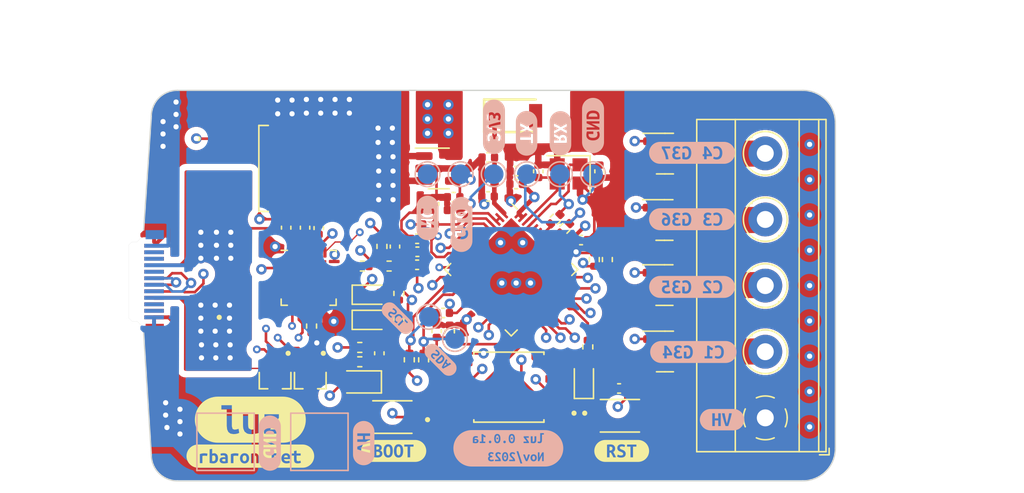
<source format=kicad_pcb>
(kicad_pcb (version 20221018) (generator pcbnew)
  (layers (0 "F.Cu" mixed) (1 "In1.Cu" signal) (2 "In2.Cu" signal) (31 "B.Cu" mixed) (34 "B.Paste" user) (35 "F.Paste" user) (36 "B.SilkS" user "B.Silkscreen") (37 "F.SilkS" user "F.Silkscreen") (38 "B.Mask" user) (39 "F.Mask" user) (44 "Edge.Cuts" user))
  (net 0 "")
  (net 1 "VDD_SPI")
  (net 2 "GND")
  (net 3 "Net-(U2-CHIP_PU{slash}RESET)")
  (net 4 "Net-(U2-XTAL_N)")
  (net 5 "LNA_IN")
  (net 6 "Net-(ANT1-FEED)")
  (net 7 "CC1")
  (net 10 "SCL")
  (net 11 "SDA")
  (net 15 "VDD3P3")
  (net 16 "Net-(U2-GPIO0{slash}BOOT)")
  (net 30 "USBD-")
  (net 31 "USBD+")
  (net 34 "SPIHD")
  (net 35 "SPIWP")
  (net 36 "SPICS")
  (net 37 "SPICLK")
  (net 38 "SPIQ")
  (net 39 "SPID")
  (net 42 "Net-(D6-A)")
  (net 48 "TX")
  (net 49 "RX")
  (net 53 "+12V")
  (net 54 "VBUS")
  (net 67 "Net-(U4-BP)")
  (net 68 "+3V3")
  (net 69 "Net-(J3-Pin_2)")
  (net 70 "Net-(J3-Pin_3)")
  (net 71 "Net-(J3-Pin_4)")
  (net 72 "Net-(J3-Pin_5)")
  (net 73 "C2")
  (net 74 "C3")
  (net 75 "C4")
  (net 76 "C1")
  (net 77 "Net-(C10-Pad2)")
  (net 78 "Net-(U1-VREG_2V7)")
  (net 79 "Net-(U1-VREG_1V2)")
  (net 80 "Net-(D5-K)")
  (net 81 "Net-(D3-K)")
  (net 82 "Net-(D3-A)")
  (net 83 "Net-(D4-K)")
  (net 84 "Net-(D4-A)")
  (net 85 "Net-(Q5-Pad1)")
  (net 86 "Net-(U1-VBUS_EN_SNK)")
  (net 87 "Net-(U1-VBUS_VS_DISCH)")
  (net 88 "Net-(U2-XTAL_P)")
  (net 89 "Net-(U2-GPIO33)")
  (net 91 "G10")
  (net 92 "Net-(U1-CC2)")
  (net 93 "VMon")
  (net 94 "Net-(U2-U0TXD{slash}PROG{slash}GPIO43)")
  (net 95 "Net-(U2-U0RXD{slash}PROG{slash}GPIO44)")
  (net 96 "ALERT")
  (net 97 "Net-(U1-DISCH)")
  (footprint "Resistor_SMD:R_0402_1005Metric" (layer "F.Cu") (at 90 98 -90)
    (fp_text reference "R12" hide)
    (fp_text value "10k")
  )
  (footprint "TerminalBlock_Phoenix:TerminalBlock_Phoenix_MKDS-1,5-5-5.08_1x05_P5.08mm_Horizontal" (layer "F.Cu") (at 102.12 110.16 90)
    (fp_text reference "J3" hide)
    (fp_text value "Screw_Terminal_01x05" hide)
  )
  (footprint "kibuzzard-6551FE7F" (layer "F.Cu") (at 62.6 110.3)
    (fp_text reference "kibuzzard-6551FE7F" hide)
    (fp_text value "G***" hide)
  )
  (footprint "Capacitor_SMD:C_0402_1005Metric" (layer "F.Cu") (at 83 92.2)
    (fp_text reference "C15" hide)
    (fp_text value "10n" hide)
  )
  (footprint "Capacitor_SMD:C_0402_1005Metric" (layer "F.Cu") (at 89.4 91.22 90)
    (fp_text reference "C4" hide)
    (fp_text value "10p" hide)
  )
  (footprint "Resistor_SMD:R_0402_1005Metric" (layer "F.Cu") (at 75.9 105.7 -90)
    (fp_text reference "R9" hide)
    (fp_text value "4.7k" hide)
  )
  (footprint "Resistor_SMD:R_0402_1005Metric" (layer "F.Cu") (at 71 105.85)
    (fp_text reference "R7" hide)
    (fp_text value "470" hide)
  )
  (footprint "kibuzzard-6551FE1B" (layer "F.Cu") (at 91.1 112.7)
    (fp_text reference "kibuzzard-6551FE1B" hide)
    (fp_text value "G***" hide)
  )
  (footprint "Capacitor_SMD:C_0402_1005Metric" (layer "F.Cu") (at 78.2 93.2)
    (fp_text reference "C8" hide)
    (fp_text value "100n" hide)
  )
  (footprint "Capacitor_SMD:C_0402_1005Metric" (layer "F.Cu") (at 75.4 98.4 180)
    (fp_text reference "C22" hide)
    (fp_text value "100n" hide)
  )
  (footprint "Capacitor_SMD:C_0402_1005Metric" (layer "F.Cu") (at 75.4 96.4)
    (fp_text reference "C20" hide)
    (fp_text value "1u" hide)
  )
  (footprint "Snapeda:SOIC127P790X216-8N" (layer "F.Cu") (at 82.4425 107.8 180)
    (fp_text reference "U3" hide)
    (fp_text value "W25Q16JVSSIQ" hide)
  )
  (footprint "Resistor_SMD:R_0402_1005Metric" (layer "F.Cu") (at 74 100.6 -90)
    (fp_text reference "R4" hide)
    (fp_text value "1k" hide)
  )
  (footprint "Snapeda:SOT65P210X110-3N" (layer "F.Cu") (at 64.5 107.3 -90)
    (fp_text reference "D2" hide)
    (fp_text value "ESDA25W" hide)
  )
  (footprint "Package_DFN_QFN:QFN-56-1EP_7x7mm_P0.4mm_EP5.6x5.6mm" (layer "F.Cu") (at 82.623573 98.762214 -45)
    (fp_text reference "U2" hide)
    (fp_text value "ESP32-S3" hide)
  )
  (footprint "Capacitor_SMD:C_0402_1005Metric" (layer "F.Cu") (at 76.7 93.72 90)
    (fp_text reference "C19" hide)
    (fp_text value "100n" hide)
  )
  (footprint "Snapeda:TRANS_AOD413A" (layer "F.Cu") (at 65.35 91)
    (fp_text reference "Q5" hide)
    (fp_text value "AOD413A" hide)
  )
  (footprint "Capacitor_SMD:C_0402_1005Metric" (layer "F.Cu") (at 67.85 95.58 90)
    (fp_text reference "C12" hide)
    (fp_text value "1u" hide)
  )
  (footprint "Package_TO_SOT_SMD:SOT-23" (layer "F.Cu") (at 94.3825 99.96)
    (fp_text reference "Q1" hide)
    (fp_text value "AO3400A" hide)
  )
  (footprint "Resistor_SMD:R_0402_1005Metric" (layer "F.Cu") (at 86 94.9 45)
    (fp_text reference "R14" hide)
    (fp_text value "470")
  )
  (footprint "Resistor_SMD:R_0402_1005Metric" (layer "F.Cu") (at 73.25 98.5 180)
    (fp_text reference "R3" hide)
    (fp_text value "100" hide)
  )
  (footprint "LED_SMD:LED_0603_1608Metric" (layer "F.Cu") (at 71.900001 102.632972)
    (fp_text reference "D4" hide)
    (fp_text value "PO3" hide)
  )
  (footprint "Capacitor_SMD:C_0402_1005Metric" (layer "F.Cu") (at 77.4 102.1 180)
    (fp_text reference "C18" hide)
    (fp_text value "100n" hide)
  )
  (footprint "Capacitor_SMD:C_0402_1005Metric" (layer "F.Cu") (at 83.02 91.2 180)
    (fp_text reference "C16" hide)
    (fp_text value "1u" hide)
  )
  (footprint "Snapeda:SW_B3U-1000P" (layer "F.Cu") (at 90.9625 110)
    (fp_text reference "S1" hide)
    (fp_text value "B3U-1000P" hide)
  )
  (footprint "Capacitor_SMD:C_0402_1005Metric" (layer "F.Cu") (at 65.35 95.55 90)
    (fp_text reference "C13" hide)
    (fp_text value "1u" hide)
  )
  (footprint "LED_SMD:LED_0603_1608Metric" (layer "F.Cu") (at 88.2 107.187501 90)
    (fp_text reference "D6" hide)
    (fp_text value "PO3")
  )
  (footprint "Capacitor_SMD:C_0402_1005Metric" (layer "F.Cu") (at 84.7 91.22 -90)
    (fp_text reference "C5" hide)
    (fp_text value "10p" hide)
  )
  (footprint "Snapeda:SOT65P210X110-3N" (layer "F.Cu") (at 67.2 107.3 -90)
    (fp_text reference "D1" hide)
    (fp_text value "ESDA25W" hide)
  )
  (footprint "Capacitor_SMD:C_0402_1005Metric" (layer "F.Cu") (at 72.5 105.2 90)
    (fp_text reference "C14" hide)
    (fp_text value "1u" hide)
  )
  (footprint "Resistor_SMD:R_0402_1005Metric" (layer "F.Cu") (at 72.7 96.99 90)
    (fp_text reference "R2" hide)
    (fp_text value "100k" hide)
  )
  (footprint "Resistor_SMD:R_0402_1005Metric" (layer "F.Cu") (at 74.8 105.7 90)
    (fp_text reference "R8" hide)
    (fp_text value "4.7k" hide)
  )
  (footprint "kibuzzard-6551FE21" (layer "F.Cu") (at 73.6 112.7)
    (fp_text reference "kibuzzard-6551FE21" hide)
    (fp_text value "G***" hide)
  )
  (footprint "Snapeda:SW_B3U-1000P" (layer "F.Cu") (at 73.5 110.1 180)
    (fp_text reference "S2" hide)
    (fp_text value "B3U-1000P" hide)
  )
  (footprint "Capacitor_SMD:C_0402_1005Metric" (layer "F.Cu") (at 66.8 95.55 90)
    (fp_text reference "C11" hide)
    (fp_text value "1u" hide)
  )
  (footprint "Package_TO_SOT_SMD:SOT-23" (layer "F.Cu") (at 94.3825 94.96)
    (fp_text reference "Q2" hide)
    (fp_text value "AO3400A" hide)
  )
  (footprint "Resistor_SMD:R_0402_1005Metric" (layer "F.Cu") (at 89 98 90)
    (fp_text reference "R11" hide)
    (fp_text value "100k")
  )
  (footprint "Resistor_SMD:R_0402_1005Metric" (layer "F.Cu") (at 71 104.75)
    (fp_text reference "R6" hide)
    (fp_text value "1k" hide)
  )
  (footprint "Resistor_SMD:R_0402_1005Metric" (layer "F.Cu") (at 71.2 98.5)
    (fp_text reference "R1" hide)
    (fp_text value "22k" hide)
  )
  (footprint "Resistor_SMD:R_0402_1005Metric" (layer "F.Cu") (at 74.000001 102.532972 90)
    (fp_text reference "R5" hide)
    (fp_text value "1k" hide)
  )
  (footprint "Resistor_SMD:R_0402_1005Metric" (layer "F.Cu") (at 88.5 104.709999 -90)
    (fp_text reference "R10" hide)
    (fp_text value "1k")
  )
  (footprint "Package_TO_SOT_SMD:SOT-23" (layer "F.Cu") (at 94.42 105.06)
    (fp_text reference "Q4" hide)
    (fp_text value "AO3400A" hide)
  )
  (footprint "Resistor_SMD:R_0402_1005Metric" (layer "F.Cu") (at 86.739376 95.6 45)
    (fp_text reference "R13" hide)
    (fp_text value "470")
  )
  (footprint "Capacitor_SMD:C_0402_1005Metric" (layer "F.Cu") (at 80.843674 93.152163)
    (fp_text reference "C6" hide)
    (fp_text value "5.1p" hide)
  )
  (footprint "Inductor_SMD:L_0402_1005Metric" (layer "F.Cu") (at 81.343674 91.652163 90)
    (fp_text reference "L1" hide)
    (fp_text value "2.2n" hide)
  )
  (footprint "kibuzzard-6551FE89" (layer "F.Cu") (at 62.6 113.1)
    (fp_text reference "kibuzzard-6551FE89" hide)
    (fp_text value "G***" hide)
  )
  (footprint "Resistor_SMD:R_0402_1005Metric" (layer "F.Cu") (at 67.3 103.109999 90)
    (fp_text reference "R15" hide)
    (fp_text value "1k")
  )
  (footprint "Inductor_SMD:L_0402_1005Metric" (layer "F.Cu") (at 76.3 95.3 180)
    (fp_text reference "L2" hide)
    (fp_text value "2.2n" hide)
  )
  (footprint "Capacitor_SMD:C_0402_1005Metric" (layer "F.Cu") (at 78.2 94.2)
    (fp_text reference "C9" hide)
    (fp_text value "10u" hide)
  )
  (footprint "Capacitor_SMD:C_0402_1005Metric" (layer "F.Cu") (at 90.9 107.9)
    (fp_text reference "C3" hide)
    (fp_text value "100n" hide)
  )
  (footprint "Capacitor_SMD:C_0402_1005Metric" (layer "F.Cu") (at 76.9 103.5 90)
    (fp_text reference "C1" hide)
    (fp_text value "100n" hide)
  )
  (footprint "Package_DFN_QFN:QFN-24-1EP_4x4mm_P0.5mm_EP2.7x2.7mm" (layer "F.Cu") (at 67.075 99.4)
    (fp_text reference "U1" hide)
    (fp_text value "STUSB4500QTR" hide)
  )
  (footprint "Package_TO_SOT_SMD:SOT-23" (layer "F.Cu") (at 94.42 89.86)
    (fp_text reference "Q3" hide)
    (fp_text value "AO3400A" hide)
  )
  (footprint "Capacitor_SMD:C_0402_1005Metric" (layer "F.Cu") (at 75.42 97.4)
    (fp_text reference "C21" hide)
    (fp_text value "10u" hide)
  )
  (footprint "LED_SMD:LED_0603_1608Metric" (layer "F.Cu") (at 71.9 100.7)
    (fp_text reference "D3" hide)
    (fp_text value "PO2" hide)
  )
  (footprint "Snapeda:XKB_U261-241N-4BS60" (layer "F.Cu") (at 53.2625 99.68706 -90)
    (fp_text reference "J2" hide)
    (fp_text value "U261-241N-4BS60" hide)
    (fp_line (start -3.7 -0.9) (end -3.95 -1.15) (stroke (width 0.01)) (layer "Edge.Cuts"))
    (fp_line (start -3.7 -0.9) (end -3.3 -0.9) (stroke (width 0.01)) (layer "Edge.Cuts"))
    (fp_line (start -3.3 -0.9) (end -3.05 -0.65) (stroke (width 0.01)) (layer "Edge.Cuts"))
    (fp_line (start -3.05 -0.65) (end -3.05 -0.25) (stroke (width 0.01)) (layer "Edge.Cuts"))
    (fp_line (start -3.05 -0.25) (end -2.8 0) (stroke (width 0.01)) (layer "Edge.Cuts"))
    (fp_line (start -2.8 0) (end 2.8 0) (stroke (width 0.01)) (layer "Edge.Cuts"))
    (fp_line (start 2.8 0) (end 3.05 -0.25) (stroke (width 0.01)) (layer "Edge.Cuts"))
    (fp_line (start 3.05 -0.65) (end 3.3 -0.9) (stroke (width 0.01)) (layer "Edge.Cuts"))
    (fp_line (start 3.05 -0.25) (end 3.05 -0.65) (stroke (width 0.01)) (layer "Edge.Cuts"))
    (fp_line (start 3.3 -0.9) (end 3.7 -0.9) (stroke (width 0.01)) (layer "Edge.Cuts"))
    (fp_line (start 3.7 -0.9) (end 3.95 -1.15) (stroke (width 0.01)) (layer "Edge.Cuts"))
  )
  (footprint "Capacitor_SMD:C_0402_1005Metric" (layer "F.Cu") (at 73.7 97 -90)
    (fp_text reference "C10" hide)
    (fp_text value "100n" hide)
  )
  (footprint "Capacitor_SMD:C_0402_1005Metric" (layer "F.Cu") (at 87.98 96.5)
    (fp_text reference "C17" hide)
    (fp_text value "100n" hide)
  )
  (footprint "Capacitor_SMD:C_0402_1005Metric" (layer "F.Cu") (at 80.863674 90.152163)
    (fp_text reference "C7" hide)
    (fp_text value "3.9p" hide)
  )
  (footprint "Capacitor_SMD:C_0402_1005Metric" (layer "F.Cu") (at 77.9 103.52 -90)
    (fp_text reference "C2" hide)
    (fp_text value "1u" hide)
  )
  (footprint "Snapeda:ANTC3216X135N" (layer "F.Cu") (at 82.943674 86.952163)
    (fp_text reference "ANT1" hide)
    (fp_text value "ANT3216LL00R2400A" hide)
  )
  (footprint "Package_TO_SOT_SMD:SOT-23-5" (layer "F.Cu") (at 77.0625 91)
    (fp_text reference "U4" hide)
    (fp_text value "SPX3819M5-L-3-3" hide)
  )
  (footprint "Diode_SMD:D_SOD-323" (layer "F.Cu") (at 71.05 107.4 180)
    (fp_text reference "D5" hide)
    (fp_text value "1N5819WS" hide)
  )
  (footprint "Crystal:Crystal_SMD_2520-4Pin_2.5x2.0mm" (layer "F.Cu") (at 87.025 91.42 180)
    (fp_text reference "Y1" hide)
    (fp_text value "40MHz" hide)
  )
  (footprint "kibuzzard-6551E233" (layer "B.Cu") (at 96.5 100.1 180)
    (fp_text reference "kibuzzard-6551E233" hide)
    (fp_text value "G***" hide)
  )
  (footprint "TestPoint:TestPoint_Pad_D1.5mm" (layer "B.Cu") (at 81.28 91.44 180)
    (fp_text reference "TP2" hide)
    (fp_text value "TestPoint" hide)
  )
  (footprint "kibuzzard-65520027" (layer "B.Cu") (at 82.4 112.5 180)
    (fp_text reference "kibuzzard-65520027" hide)
    (fp_text value "G***" hide)
  )
  (footprint "TestPoint:TestPoint_Pad_D1.5mm" (layer "B.Cu") (at 83.82 91.44 180)
    (fp_text reference "TP3" hide)
    (fp_text value "TestPoint" hide)
  )
  (footprint "kibuzzard-6551FD82" (layer "B.Cu") (at 78.8 95.3 90)
    (fp_text reference "kibuzzard-6551FD82" hide)
    (fp_text value "G***" hide)
  )
  (footprint "TestPoint:TestPoint_Pad_4.0x4.0mm" (layer "B.Cu") (at 60.7 112 180)
    (fp_text reference "TP8" hide)
    (fp_text value "TestPoint")
  )
  (footprint "TestPoint:TestPoint_Pad_D1.5mm" (layer "B.Cu") (at 86.36 91.44 180)
    (fp_text reference "TP4" hide)
    (fp_text value "TestPoint" hide)
  )
  (footprint "TestPoint:TestPoint_Pad_D1.5mm" (layer "B.Cu") (at 78.3 104.1 180)
    (fp_text reference "TP10" hide)
    (fp_text value "TestPoint")
  )
  (footprint "TestPoint:TestPoint_Pad_D1.5mm" (layer "B.Cu") (at 76.3 102.4 180)
    (fp_text reference "TP9" hide)
    (fp_text value "TestPoint")
  )
  (footprint "TestPoint:TestPoint_Pad_D1.5mm" (layer "B.Cu") (at 76.2 91.44 180)
    (fp_text reference "TP6" hide)
    (fp_text value "TestPoint")
  )
  (footprint "kibuzzard-6551FE14" (layer "B.Cu") (at 98.8 110.3 180)
    (fp_text reference "kibuzzard-6551FE14" hide)
    (fp_text value "G***" hide)
  )
  (footprint "kibuzzard-6551FE00" (layer "B.Cu") (at 83.8 88.3 90)
    (fp_text reference "kibuzzard-6551FE00" hide)
    (fp_text value "G***" hide)
  )
  (footprint "kibuzzard-6551E256" (layer "B.Cu") (at 96.5 89.8 180)
    (fp_text reference "kibuzzard-6551E256" hide)
    (fp_text value "G***" hide)
  )
  (footprint "kibuzzard-6551E248" (layer "B.Cu") (at 96.5 94.9 180)
    (fp_text reference "kibuzzard-6551E248" hide)
    (fp_text value "G***" hide)
  )
  (footprint "kibuzzard-6551FDF9" (layer "B.Cu") (at 86.4 88.3 90)
    (fp_text reference "kibuzzard-6551FDF9" hide)
    (fp_text value "G***" hide)
  )
  (footprint "kibuzzard-6551FE26" (layer "B.Cu") (at 64.1 112.1 90)
    (fp_text reference "kibuzzard-6551FE26" hide)
    (fp_text value "G***" hide)
  )
  (footprint "kibuzzard-6551FCCC" (layer "B.Cu") (at 71.3 112.1 90)
    (fp_text reference "kibuzzard-6551FCCC" hide)
    (fp_text value "G***" hide)
  )
  (footprint "kibuzzard-65522F33" (layer "B.Cu") (at 77.2 105.7 -45)
    (fp_text reference "kibuzzard-65522F33" hide)
    (fp_text value "G***" hide)
  )
  (footprint "kibuzzard-65522F45" (layer "B.Cu") (at 73.9 102.5 -45)
    (fp_text reference "kibuzzard-65522F45" hide)
    (fp_text value "G***" hide)
  )
  (footprint "TestPoint:TestPoint_Pad_D1.5mm" (layer "B.Cu") (at 88.9 91.44 180)
    (fp_text reference "TP5" hide)
    (fp_text value "TestPoint" hide)
  )
  (footprint "kibuzzard-6551FE06" (layer "B.Cu") (at 81.3 87.8 90)
    (fp_text reference "kibuzzard-6551FE06" hide)
    (fp_text value "G***" hide)
  )
  (footprint "TestPoint:TestPoint_Pad_4.0x4.0mm" (layer "B.Cu") (at 67.9 112 180)
    (fp_text reference "TP7" hide)
    (fp_text value "TestPoint")
  )
  (footprint "kibuzzard-6551FE0C" (layer "B.Cu") (at 88.9 87.7 90)
    (fp_text reference "kibuzzard-6551FE0C" hide)
    (fp_text value "G***" hide)
  )
  (footprint "TestPoint:TestPoint_Pad_D1.5mm" (layer "B.Cu") (at 78.74 91.44 180)
    (fp_text reference "TP1" hide)
    (fp_text value "TestPoint" hide)
  )
  (footprint "kibuzzard-6551FDB9" (layer "B.Cu") (at 76.2 94.8 90)
    (fp_text reference "kibuzzard-6551FDB9" hide)
    (fp_text value "G***" hide)
  )
  (footprint "kibuzzard-6551E21C" (layer "B.Cu") (at 96.6 105.1 180)
    (fp_text reference "kibuzzard-6551E21C" hide)
    (fp_text value "G***" hide)
  )
  (gr_arc (start 57 115) (mid 55.585786 114.414214) (end 55 113) (stroke (width 0.1)) (layer "Edge.Cuts"))
  (gr_line (start 54.4125 103.63706) (end 55 113) (stroke (width 0.1)) (layer "Edge.Cuts"))
  (gr_arc (start 55 87) (mid 55.585786 85.585786) (end 57 85) (stroke (width 0.1)) (layer "Edge.Cuts"))
  (gr_arc (start 105 85) (mid 106.767767 85.732233) (end 107.5 87.5) (stroke (width 0.1)) (layer "Edge.Cuts"))
  (gr_arc (start 107.5 112.5) (mid 106.767767 114.267767) (end 105 115) (stroke (width 0.1)) (layer "Edge.Cuts"))
  (gr_line (start 55 87) (end 54.4125 95.73706) (stroke (width 0.1)) (layer "Edge.Cuts"))
  (gr_line (start 105 115) (end 57 115) (stroke (width 0.1)) (layer "Edge.Cuts"))
  (gr_line (start 57 85) (end 105 85) (stroke (width 0.1)) (layer "Edge.Cuts"))
  (gr_line (start 107.5 87.5) (end 107.5 112.5) (stroke (width 0.1)) (layer "Edge.Cuts"))
  (segment (start 83.215775 103.031371) (end 81.747146 104.5) (width 0.2) (layer "F.Cu") (net 1))
  (segment (start 76.9 103.98) (end 76.9 108.8) (width 0.2) (layer "F.Cu") (net 1))
  (segment (start 78.4 104.5) (end 77.9 104) (width 0.2) (layer "F.Cu") (net 1))
  (segment (start 77.9 104) (end 76.92 104) (width 0.2) (layer "F.Cu") (net 1))
  (segment (start 76.9 108.8) (end 77.805 109.705) (width 0.2) (layer "F.Cu") (net 1))
  (segment (start 81.747146 104.5) (end 78.4 104.5) (width 0.2) (layer "F.Cu") (net 1))
  (segment (start 76.92 104) (end 76.9 103.98) (width 0.2) (layer "F.Cu") (net 1))
  (segment (start 77.805 109.705) (end 78.8375 109.705) (width 0.2) (layer "F.Cu") (net 1))
  (segment (start 80.363674 90.172163) (end 80.383674 90.152163) (width 0.5) (layer "F.Cu") (net 2))
  (segment (start 77.9 103.04) (end 78.76 103.04) (width 0.2) (layer "F.Cu") (net 2))
  (segment (start 74.81005 94.4) (end 75.54 94.4) (width 0.2) (layer "F.Cu") (net 2))
  (segment (start 68.325 102.075) (end 69 102.75) (width 0.3) (layer "F.Cu") (net 2))
  (segment (start 76.6 91) (end 75.925 91) (width 0.2) (layer "F.Cu") (net 2))
  (segment (start 76.8875 93.0525) (end 76.8875 91.2875) (width 0.2) (layer "F.Cu") (net 2))
  (segment (start 80.363674 93.152163) (end 80.363674 93.559821) (width 0.5) (layer "F.Cu") (net 2))
  (segment (start 86.15 90.72) (end 84.72 90.72) (width 0.5) (layer "F.Cu") (net 2))
  (segment (start 56.7 102.8) (end 56.33706 102.43706) (width 0.3) (layer "F.Cu") (net 2))
  (segment (start 66.825 97.4375) (end 66.825 99.15) (width 0.3) (layer "F.Cu") (net 2))
  (segment (start 68.325 101.3625) (end 68.325 102.075) (width 0.3) (layer "F.Cu") (net 2))
  (segment (start 65.18 94.9) (end 65.35 95.07) (width 0.2) (layer "F.Cu") (net 2))
  (segment (start 80.363674 93.559821) (end 80.552264 93.748411) (width 0.5) (layer "F.Cu") (net 2))
  (segment (start 56.7 104.55) (end 56.7 102.8) (width 0.3) (layer "F.Cu") (net 2))
  (segment (start 56.1 105.15) (end 56.7 104.55) (width 0.3) (layer "F.Cu") (net 2))
  (segment (start 74.2 95.01005) (end 74.81005 94.4) (width 0.2) (layer "F.Cu") (net 2))
  (segment (start 87.9 92.12) (end 88.98 92.12) (width 0.5) (layer "F.Cu") (net 2))
  (segment (start 88.46 96.5) (end 89 95.96) (width 0.2) (layer "F.Cu") (net 2))
  (segment (start 89 95.96) (end 89 93.22) (width 0.2) (layer "F.Cu") (net 2))
  (segment (start 74.2 95.68) (end 74.2 95.01005) (width 0.2) (layer "F.Cu") (net 2))
  (segment (start 89 93.22) (end 87.9 92.12) (width 0.2) (layer "F.Cu") (net 2))
  (segment (start 75.54 94.4) (end 76.7 93.24) (width 0.2) (layer "F.Cu") (net 2))
  (segment (start 66.8 95.07) (end 67.82 95.07) (width 0.3) (layer "F.Cu") (net 2))
  (segment (start 55.95 94.4) (end 55.95 96.19956) (width 0.3) (layer "F.Cu") (net 2))
  (segment (start 67.82 95.07) (end 67.85 95.1) (width 0.3) (layer "F.Cu") (net 2))
  (segment (start 56.33706 102.43706) (end 55.2125 102.43706) (width 0.3) (layer "F.Cu") (net 2))
  (segment (start 76.8875 91.2875) (end 76.6 91) (width 0.2) (layer "F.Cu") (net 2))
  (segment (start 82.52 93.42) (end 82.6 93.5) (width 0.2) (layer "F.Cu") (net 2))
  (segment (start 68.325 100.65) (end 67.075 99.4) (width 0.3) (layer "F.Cu") (net 2))
  (segment (start 66.75 95.27) (end 66.8 95.32) (width 0.3) (layer "F.Cu") (net 2))
  (segment (start 88.2 107.845802) (end 88.2 107.975001) (width 0.2) (layer "F.Cu") (net 2))
  (segment (start 67.325 99.65) (end 67.075 99.4) (width 0.3) (layer "F.Cu") (net 2))
  (segment (start 88.98 92.12) (end 89.4 91.7) (width 0.5) (layer "F.Cu") (net 2))
  (segment (start 63.3 94.9) (end 65.18 94.9) (width 0.2) (layer "F.Cu") (net 2))
  (segment (start 78.76 103.04) (end 79.2 102.6) (width 0.2) (layer "F.Cu") (net 2))
  (segment (start 67.325 101.3625) (end 67.325 99.65) (width 0.3) (layer "F.Cu") (net 2))
  (segment (start 76.7 93.24) (end 76.8875 93.0525) (width 0.2) (layer "F.Cu") (net 2))
  (segment (start 74.92 96.4) (end 74.2 95.68) (width 0.2) (layer "F.Cu") (net 2))
  (segment (start 79.535837 91) (end 80.383674 90.152163) (width 0.5) (layer "F.Cu") (net 2))
  (segment (start 75.925 91) (end 79.535837 91) (width 0.5) (layer "F.Cu") (net 2))
  (segment (start 86.249198 105.895) (end 88.2 107.845802) (width 0.2) (layer "F.Cu") (net 2))
  (segment (start 82.52 92.2) (end 82.52 93.42) (width 0.2) (layer "F.Cu") (net 2))
  (segment (start 65.35 95.07) (end 66.8 95.07) (width 0.3) (layer "F.Cu") (net 2))
  (segment (start 84.72 90.72) (end 84.7 90.74) (width 0.5) (layer "F.Cu") (net 2))
  (segment (start 66.825 99.15) (end 67.075 99.4) (width 0.3) (layer "F.Cu") (net 2))
  (segment (start 68.325 101.3625) (end 68.325 100.65) (width 0.3) (layer "F.Cu") (net 2))
  (segment (start 55.95 96.19956) (end 55.2125 96.93706) (width 0.3) (layer "F.Cu") (net 2))
  (segment (start 80.363674 93.152163) (end 80.363674 90.172163) (width 0.5) (layer "F.Cu") (net 2))
  (segment (start 86.0475 105.895) (end 86.249198 105.895) (width 0.2) (layer "F.Cu") (net 2))
  (segment (start 69.0375 100.65) (end 68.325 100.65) (width 0.3) (layer "F.Cu") (net 2))
  (via (at 105.52 110.849999) (size 0.8) (drill 0.4) (layers "F.Cu" "B.Cu") (net 2))
  (via (at 56.1 109) (size 0.8) (drill 0.4) (layers "F.Cu" "B.Cu") (net 2))
  (via (at 56.2 110.9) (size 0.8) (drill 0.4) (layers "F.Cu" "B.Cu") (net 2))
  (via (at 63.3 94.9) (size 0.8) (drill 0.4) (layers "F.Cu" "B.Cu") (net 2))
  (via (at 56.1 109.95) (size 0.8) (drill 0.4) (layers "F.Cu" "B.Cu") (net 2))
  (via (at 57.2 111.4) (size 0.8) (drill 0.4) (layers "F.Cu" "B.Cu") (net 2))
  (via (at 84.1 99.8) (size 0.8) (drill 0.4) (layers "F.Cu" "B.Cu") (net 2))
  (via (at 80.552264 93.748411) (size 0.8) (drill 0.4) (layers "F.Cu" "B.Cu") (net 2))
  (via (at 57.2 110.45) (size 0.8) (drill 0.4) (layers "F.Cu" "B.Cu") (net 2))
  (via (at 55.9 87.4) (size 0.8) (drill 0.4) (layers "F.Cu" "B.Cu") (net 2))
  (via (at 83.5 96.7) (size 0.8) (drill 0.4) (layers "F.Cu" "B.Cu") (net 2))
  (via (at 81.8 96.7) (size 0.8) (drill 0.4) (layers "F.Cu" "B.Cu") (net 2))
  (via (at 55.9 88.35) (size 0.8) (drill 0.4) (layers "F.Cu" "B.Cu") (net 2))
  (via (at 83 99.8) (size 0.8) (drill 0.4) (layers "F.Cu" "B.Cu") (net 2))
  (via (at 56.9 87.8) (size 0.8) (drill 0.4) (layers "F.Cu" "B.Cu") (net 2))
  (via (at 69 102.75) (size 0.8) (drill 0.4) (layers "F.Cu" "B.Cu") (net 2))
  (via (at 105.52 94.574999) (size 0.8) (drill 0.4) (layers "F.Cu" "B.Cu") (net 2))
  (via (at 56.9 86.850001) (size 0.8) (drill 0.4) (layers "F.Cu" "B.Cu") (net 2))
  (via (at 105.52 89.149999) (size 0.8) (drill 0.4) (layers "F.Cu" "B.Cu") (net 2))
  (via (at 79.2 102.6) (size 0.8) (drill 0.4) (layers "F.Cu" "B.Cu") (net 2))
  (via (at 64.5 97) (size 0.8) (drill 0.4) (layers "F.Cu" "B.Cu") (net 2))
  (via (at 105.52 97.287499) (size 0.8) (drill 0.4) (layers "F.Cu" "B.Cu") (net 2))
  (via (at 105.52 99.999999) (size 0.8) (drill 0.4) (layers "F.Cu" "B.Cu") (net 2))
  (via (at 55.9 89.3) (size 0.8) (drill 0.4) (layers "F.Cu" "B.Cu") (net 2))
  (via (at 56.9 85.9) (size 0.8) (drill 0.4) (layers "F.Cu" "B.Cu") (net 2))
  (via (at 105.52 91.862499) (size 0.8) (drill 0.4) (layers "F.Cu" "B.Cu") (net 2))
  (via (at 105.52 102.712499) (size 0.8) (drill 0.4) (layers "F.Cu" "B.Cu") (net 2))
  (via (at 82.6 93.5) (size 0.8) (drill 0.4) (layers "F.Cu" "B.Cu") (net 2))
  (via (at 105.52 108.137499) (size 0.8) (drill 0.4) (layers "F.Cu" "B.Cu") (net 2))
  (via (at 88.1 93.4) (size 0.8) (drill 0.4) (layers "F.Cu" "B.Cu") (net 2))
  (via (at 57.2 109.5) (size 0.8) (drill 0.4) (layers "F.Cu" "B.Cu") (net 2))
  (via (at 105.52 105.424999) (size 0.8) (drill 0.4) (layers "F.Cu" "B.Cu") (net 2))
  (via (at 81.9 99.8) (size 0.8) (drill 0.4) (layers "F.Cu" "B.Cu") (net 2))
  (segment (start 56.3125 93.8125) (end 55.95 93.45) (width 0.3) (layer "B.Cu") (net 2))
  (segment (start 56.2625 96.93706) (end 56.3125 96.88706) (width 0.3) (layer "B.Cu") (net 2))
  (segment (start 58.75 112) (end 57.2 110.45) (width 3.5) (layer "B.Cu") (net 2))
  (segment (start 55.2125 105.6375) (end 54.75 106.1) (width 0.3) (layer "B.Cu") (net 2))
  (segment (start 55.2125 102.43706) (end 55.2125 105.6375) (width 0.3) (layer "B.Cu") (net 2))
  (segment (start 56.3125 96.88706) (end 56.3125 93.8125) (width 0.3) (layer "B.Cu") (net 2))
  (segment (start 88.9 91.44) (end 88.9 92.6) (width 0.2) (layer "B.Cu") (net 2))
  (segment (start 60.7 112) (end 58.75 112) (width 3.5) (layer "B.Cu") (net 2))
  (segment (start 55.2125 96.93706) (end 56.2625 96.93706) (width 0.3) (layer "B.Cu") (net 2))
  (segment (start 88.9 92.6) (end 88.1 93.4) (width 0.2) (layer "B.Cu") (net 2))
  (segment (start 78.2 95.7) (end 77.9 96) (width 0.2) (layer "F.Cu") (net 3))
  (segment (start 80.689168 94.847911) (end 79.530029 94.847911) (width 0.2) (layer "F.Cu") (net 3))
  (segment (start 91.38 108.72) (end 90.8 109.3) (width 0.2) (layer "F.Cu") (net 3))
  (segment (start 92.6625 110) (end 92.6625 109.1825) (width 0.2) (layer "F.Cu") (net 3))
  (segment (start 92.6625 109.1825) (end 91.38 107.9) (width 0.2) (layer "F.Cu") (net 3))
  (segment (start 78.67794 95.7) (end 78.2 95.7) (width 0.2) (layer "F.Cu") (net 3))
  (segment (start 79.530029 94.847911) (end 78.67794 95.7) (width 0.2) (layer "F.Cu") (net 3))
  (segment (start 81.182843 95.341585) (end 80.689168 94.847911) (width 0.2) (layer "F.Cu") (net 3))
  (segment (start 91.38 107.9) (end 91.38 108.72) (width 0.2) (layer "F.Cu") (net 3))
  (via (at 77.9 96) (size 0.8) (drill 0.4) (layers "F.Cu" "B.Cu") (net 3))
  (via (at 90.8 109.3) (size 0.8) (drill 0.4) (layers "F.Cu" "B.Cu") (net 3))
  (segment (start 89.4 90.74) (end 87.92 90.74) (width 0.2) (layer "F.Cu") (net 4))
  (segment (start 87.9 90.72) (end 87.125 90.72) (width 0.2) (layer "F.Cu") (net 4))
  (segment (start 87.025 92.760069) (end 86.057913 93.727156) (width 0.2) (layer "F.Cu") (net 4))
  (segment (start 86.057913 93.727156) (end 85.678732 93.727156) (width 0.2) (layer "F.Cu") (net 4))
  (segment (start 85.678732 93.727156) (end 84.064303 95.341585) (width 0.2) (layer "F.Cu") (net 4))
  (segment (start 87.025 90.82) (end 87.025 92.760069) (width 0.2) (layer "F.Cu") (net 4))
  (segment (start 87.92 90.74) (end 87.9 90.72) (width 0.2) (layer "F.Cu") (net 4))
  (segment (start 87.125 90.72) (end 87.025 90.82) (width 0.2) (layer "F.Cu") (net 4))
  (segment (start 81.323674 92.157163) (end 81.343674 92.137163) (width 0.35) (layer "F.Cu") (net 5))
  (segment (start 81.323674 93.152163) (end 81.323674 92.157163) (width 0.35) (layer "F.Cu") (net 5))
  (segment (start 81.323674 93.152163) (end 81.323674 93.679296) (width 0.35) (layer "F.Cu") (net 5))
  (segment (start 81.323674 93.679296) (end 82.084403 94.440025) (width 0.35) (layer "F.Cu") (net 5))
  (segment (start 81.343674 91.167163) (end 81.343674 90.152163) (width 0.35) (layer "F.Cu") (net 6))
  (segment (start 81.343674 90.152163) (end 81.343674 87.002163) (width 0.35) (layer "F.Cu") (net 6))
  (segment (start 81.343674 87.002163) (end 81.393674 86.952163) (width 0.35) (layer "F.Cu") (net 6))
  (segment (start 58.33995 100.5) (end 59 99.83995) (width 0.2) (layer "F.Cu") (net 7))
  (segment (start 63.55 98.65) (end 63.45 98.75) (width 0.2) (layer "F.Cu") (net 7))
  (segment (start 57.55 100.5) (end 58.33995 100.5) (width 0.2) (layer "F.Cu") (net 7))
  (segment (start 65.12169 106.36) (end 65.15 106.36) (width 0.2) (layer "F.Cu") (net 7))
  (segment (start 63.66169 104.9) (end 65.12169 106.36) (width 0.2) (layer "F.Cu") (net 7))
  (segment (start 57.5 100.45) (end 57.55 100.5) (width 0.2) (layer "F.Cu") (net 7))
  (segment (start 65.1125 98.65) (end 63.55 98.65) (width 0.2) (layer "F.Cu") (net 7))
  (segment (start 55.22544 100.45) (end 57.5 100.45) (width 0.2) (layer "F.Cu") (net 7))
  (segment (start 59 99.83995) (end 59 99.1) (width 0.2) (layer "F.Cu") (net 7))
  (segment (start 63.1 104.9) (end 63.66169 104.9) (width 0.2) (layer "F.Cu") (net 7))
  (segment (start 65.1125 98.15) (end 65.1125 98.65) (width 0.2) (layer "F.Cu") (net 7))
  (via (at 63.1 104.9) (size 0.6) (drill 0.3) (layers "F.Cu" "B.Cu") (net 7))
  (via (at 59 99.1) (size 0.8) (drill 0.4) (layers "F.Cu" "B.Cu") (net 7))
  (via (at 63.45 98.75) (size 0.8) (drill 0.4) (layers "F.Cu" "B.Cu") (net 7))
  (segment (start 74.8 104.3) (end 74.9 104.2) (width 0.2) (layer "F.Cu") (net 10))
  (segment (start 78.637259 99.637259) (end 78.260741 100.013775) (width 0.2) (layer "F.Cu") (net 10))
  (segment (start 75.1 104) (end 74.9 104.2) (width 0.2) (layer "F.Cu") (net 10))
  (segment (start 77.508285 100.013775) (end 75.1 102.42206) (width 0.2) (layer "F.Cu") (net 10))
  (segment (start 65.825 103.075) (end 65.8 103.1) (width 0.2) (layer "F.Cu") (net 10))
  (segment (start 75.1 102.42206) (end 75.1 104) (width 0.2) (layer "F.Cu") (net 10))
  (segment (start 78.260741 100.013775) (end 77.508285 100.013775) (width 0.2) (layer "F.Cu") (net 10))
  (segment (start 65.825 101.3625) (end 65.825 103.075) (width 0.2) (layer "F.Cu") (net 10))
  (segment (start 74.8 105.19) (end 74.8 104.3) (width 0.2) (layer "F.Cu") (net 10))
  (via (at 65.8 103.1) (size 0.6) (drill 0.3) (layers "F.Cu" "B.Cu") (net 10))
  (via (at 74.9 104.2) (size 0.8) (drill 0.4) (layers "F.Cu" "B.Cu") (net 10))
  (segment (start 74.9 103.8) (end 76.3 102.4) (width 0.2) (layer "B.Cu") (net 10))
  (segment (start 74.9 104.2) (end 74.9 103.8) (width 0.2) (layer "B.Cu") (net 10))
  (segment (start 75.9 102.187746) (end 75.9 104.3) (width 0.2) (layer "F.Cu") (net 11))
  (segment (start 66.3 103.9) (end 66.3 104) (width 0.2) (layer "F.Cu") (net 11))
  (segment (start 66.325 101.3625) (end 66.325 102.625) (width 0.2) (layer "F.Cu") (net 11))
  (segment (start 75.9 105.19) (end 75.9 104.3) (width 0.2) (layer "F.Cu") (net 11))
  (segment (start 66.6 103.6) (end 66.3 103.9) (width 0.2) (layer "F.Cu") (net 11))
  (segment (start 78.920101 99.920101) (end 78.140202 100.7) (width 0.2) (layer "F.Cu") (net 11))
  (segment (start 78.140202 100.7) (end 77.9 100.7) (width 0.2) (layer "F.Cu") (net 11))
  (segment (start 66.325 102.625) (end 66.6 102.9) (width 0.2) (layer "F.Cu") (net 11))
  (segment (start 77.387746 100.7) (end 75.9 102.187746) (width 0.2) (layer "F.Cu") (net 11))
  (segment (start 66.6 102.9) (end 66.6 103.6) (width 0.2) (layer "F.Cu") (net 11))
  (segment (start 77.9 100.7) (end 77.387746 100.7) (width 0.2) (layer "F.Cu") (net 11))
  (via (at 75.9 104.3) (size 0.8) (drill 0.4) (layers "F.Cu" "B.Cu") (net 11))
  (via (at 66.3 104) (size 0.6) (drill 0.3) (layers "F.Cu" "B.Cu") (net 11))
  (segment (start 78.3 104.1) (end 76.1 104.1) (width 0.2) (layer "B.Cu") (net 11))
  (segment (start 76.1 104.1) (end 75.9 104.3) (width 0.2) (layer "B.Cu") (net 11))
  (segment (start 76.785 95.3) (end 76.785 94.285) (width 0.3) (layer "F.Cu") (net 15))
  (segment (start 81.465686 95.058742) (end 80.854853 94.447911) (width 0.2) (layer "F.Cu") (net 15))
  (segment (start 79.364343 94.447911) (end 78.512254 95.3) (width 0.2) (layer "F.Cu") (net 15))
  (segment (start 81.748528 94.7759) (end 81.465686 95.058742) (width 0.2) (layer "F.Cu") (net 15))
  (segment (start 76.785 94.285) (end 76.7 94.2) (width 0.3) (layer "F.Cu") (net 15))
  (segment (start 78.512254 95.3) (end 76.785 95.3) (width 0.2) (layer "F.Cu") (net 15))
  (segment (start 80.854853 94.447911) (end 79.364343 94.447911) (width 0.2) (layer "F.Cu") (net 15))
  (segment (start 80.9 95.624428) (end 80.523483 95.247911) (width 0.2) (layer "F.Cu") (net 16))
  (segment (start 73.8 110.1) (end 73.5 109.8) (width 0.2) (layer "F.Cu") (net 16))
  (segment (start 79.695715 95.247911) (end 77.843625 97.1) (width 0.2) (layer "F.Cu") (net 16))
  (segment (start 77.843625 97.1) (end 77.2 97.1) (width 0.2) (layer "F.Cu") (net 16))
  (segment (start 80.523483 95.247911) (end 79.695715 95.247911) (width 0.2) (layer "F.Cu") (net 16))
  (segment (start 75.2 110.1) (end 73.8 110.1) (width 0.2) (layer "F.Cu") (net 16))
  (via (at 77.2 97.1) (size 0.8) (drill 0.4) (layers "F.Cu" "B.Cu") (net 16))
  (via (at 73.5 109.8) (size 0.8) (drill 0.4) (layers "F.Cu" "B.Cu") (net 16))
  (segment (start 56.2125 99.43706) (end 56.59956 99.05) (width 0.2) (layer "F.Cu") (net 30))
  (segment (start 81.182843 102.182843) (end 80.165686 103.2) (width 0.2) (layer "F.Cu") (net 30))
  (segment (start 55.2125 99.43706) (end 56.2125 99.43706) (width 0.2) (layer "F.Cu") (net 30))
  (segment (start 63.8 103.3) (end 63.8 104.277818) (width 0.2) (layer "F.Cu") (net 30))
  (segment (start 80.165686 103.2) (end 80.1 103.2) (width 0.2) (layer "F.Cu") (net 30))
  (segment (start 65.635 105.445) (end 66.55 106.36) (width 0.2) (layer "F.Cu") (net 30))
  (segment (start 63.8 104.277818) (end 64.967182 105.445) (width 0.2) (layer "F.Cu") (net 30))
  (segment (start 57.3 99.05) (end 58.05 99.8) (width 0.2) (layer "F.Cu") (net 30))
  (segment (start 64.967182 105.445) (end 65.635 105.445) (width 0.2) (layer "F.Cu") (net 30))
  (segment (start 56.59956 99.05) (end 57.3 99.05) (width 0.2) (layer "F.Cu") (net 30))
  (via (at 58.05 99.8) (size 0.8) (drill 0.4) (layers "F.Cu" "B.Cu") (net 30))
  (via (at 80.1 103.2) (size 0.8) (drill 0.4) (layers "F.Cu" "B.Cu") (net 30))
  (via (at 63.8 103.3) (size 0.6) (drill 0.3) (layers "F.Cu" "B.Cu") (net 30))
  (segment (start 56.61005 100.45) (end 57.4 100.45) (width 0.2) (layer "B.Cu") (net 30))
  (segment (start 57.4 100.45) (end 58.05 99.8) (width 0.2) (layer "B.Cu") (net 30))
  (segment (start 56.09711 99.93706) (end 56.61005 100.45) (width 0.2) (layer "B.Cu") (net 30))
  (segment (start 55.2125 99.93706) (end 56.09711 99.93706) (width 0.2) (layer "B.Cu") (net 30))
  (segment (start 66.29 104.8) (end 65.5 104.8) (width 0.2) (layer "F.Cu") (net 31))
  (segment (start 80.9 103.031372) (end 80.9 103.8) (width 0.2) (layer "F.Cu") (net 31))
  (segment (start 55.2125 99.93706) (end 56.71294 99.93706) (width 0.2) (layer "F.Cu") (net 31))
  (segment (start 56.71294 99.93706) (end 56.9 99.75) (width 0.2) (layer "F.Cu") (net 31))
  (segment (start 67.85 106.36) (end 66.29 104.8) (width 0.2) (layer "F.Cu") (net 31))
  (segment (start 65.5 104.8) (end 64.7 104) (width 0.2) (layer "F.Cu") (net 31))
  (segment (start 81.465686 102.465686) (end 80.9 103.031372) (width 0.2) (layer "F.Cu") (net 31))
  (via (at 80.9 103.8) (size 0.8) (drill 0.4) (layers "F.Cu" "B.Cu") (net 31))
  (via (at 56.9 99.75) (size 0.8) (drill 0.4) (layers "F.Cu" "B.Cu") (net 31))
  (via (at 64.7 104) (size 0.6) (drill 0.3) (layers "F.Cu" "B.Cu") (net 31))
  (segment (start 55.2125 99.43706) (end 56.58706 99.43706) (width 0.2) (layer "B.Cu") (net 31))
  (segment (start 56.58706 99.43706) (end 56.9 99.75) (width 0.2) (layer "B.Cu") (net 31))
  (segment (start 83.498618 102.748528) (end 83.875134 103.125046) (width 0.2) (layer "F.Cu") (net 34))
  (segment (start 79.565 108.435) (end 78.8375 108.435) (width 0.2) (layer "F.Cu") (net 34))
  (segment (start 83.875134 104.124866) (end 79.565 108.435) (width 0.2) (layer "F.Cu") (net 34))
  (segment (start 83.875134 103.125046) (end 83.875134 104.124866) (width 0.2) (layer "F.Cu") (net 34))
  (segment (start 84.275134 105.594332) (end 85.845802 107.165) (width 0.2) (layer "F.Cu") (net 35))
  (segment (start 84.275134 102.959361) (end 84.275134 105.594332) (width 0.2) (layer "F.Cu") (net 35))
  (segment (start 85.845802 107.165) (end 86.0475 107.165) (width 0.2) (layer "F.Cu") (net 35))
  (segment (start 83.78146 102.465686) (end 84.275134 102.959361) (width 0.2) (layer "F.Cu") (net 35))
  (segment (start 83.4 107.259198) (end 85.845802 109.705) (width 0.2) (layer "F.Cu") (net 36))
  (segment (start 85.3 103.41854) (end 85.3 104) (width 0.2) (layer "F.Cu") (net 36))
  (segment (start 85.845802 109.705) (end 86.0475 109.705) (width 0.2) (layer "F.Cu") (net 36))
  (segment (start 83.4 105.7) (end 83.4 107.259198) (width 0.2) (layer "F.Cu") (net 36))
  (segment (start 84.064303 102.182843) (end 85.3 103.41854) (width 0.2) (layer "F.Cu") (net 36))
  (via (at 85.3 104) (size 0.8) (drill 0.4) (layers "F.Cu" "B.Cu") (net 36))
  (via (at 83.4 105.7) (size 0.8) (drill 0.4) (layers "F.Cu" "B.Cu") (net 36))
  (segment (start 79.635 107.165) (end 78.8375 107.165) (width 0.2) (layer "F.Cu") (net 37))
  (segment (start 80.4 106.4) (end 79.635 107.165) (width 0.2) (layer "F.Cu") (net 37))
  (segment (start 86.4 103.952854) (end 86.4 104) (width 0.2) (layer "F.Cu") (net 37))
  (segment (start 84.347146 101.9) (end 86.4 103.952854) (width 0.2) (layer "F.Cu") (net 37))
  (via (at 86.4 104) (size 0.8) (drill 0.4) (layers "F.Cu" "B.Cu") (net 37))
  (via (at 80.4 106.4) (size 0.8) (drill 0.4) (layers "F.Cu" "B.Cu") (net 37))
  (segment (start 86.306416 103.293584) (end 86.793584 103.293584) (width 0.2) (layer "F.Cu") (net 38))
  (segment (start 85.735 108.435) (end 86.0475 108.435) (width 0.2) (layer "F.Cu") (net 38))
  (segment (start 86.793584 103.293584) (end 87.5 104) (width 0.2) (layer "F.Cu") (net 38))
  (segment (start 84.629988 101.617158) (end 86.306416 103.293584) (width 0.2) (layer "F.Cu") (net 38))
  (segment (start 84.5 107.2) (end 85.735 108.435) (width 0.2) (layer "F.Cu") (net 38))
  (via (at 87.5 104) (size 0.8) (drill 0.4) (layers "F.Cu" "B.Cu") (net 38))
  (via (at 84.5 107.2) (size 0.8) (drill 0.4) (layers "F.Cu" "B.Cu") (net 38))
  (segment (start 84.912831 101.334315) (end 86.472102 102.893584) (width 0.2) (layer "F.Cu") (net 39))
  (segment (start 79.5325 105.2) (end 78.8375 105.895) (width 0.2) (layer "F.Cu") (net 39))
  (segment (start 86.472102 102.893584) (end 86.806416 102.893584) (width 0.2) (layer "F.Cu") (net 39))
  (segment (start 86.806416 102.893584) (end 87.1 102.6) (width 0.2) (layer "F.Cu") (net 39))
  (segment (start 80.5 105.2) (end 79.5325 105.2) (width 0.2) (layer "F.Cu") (net 39))
  (via (at 87.1 102.6) (size 0.8) (drill 0.4) (layers "F.Cu" "B.Cu") (net 39))
  (via (at 80.5 105.2) (size 0.8) (drill 0.4) (layers "F.Cu" "B.Cu") (net 39))
  (segment (start 88.5 105.219999) (end 88.5 106.100001) (width 0.2) (layer "F.Cu") (net 42))
  (segment (start 88.5 106.100001) (end 88.2 106.400001) (width 0.2) (layer "F.Cu") (net 42))
  (segment (start 87.1 95.239376) (end 87.1 95.2) (width 0.2) (layer "F.Cu") (net 48))
  (segment (start 87.1 95.2) (end 87.9 94.4) (width 0.2) (layer "F.Cu") (net 48))
  (via (at 87.9 94.4) (size 0.8) (drill 0.4) (layers "F.Cu" "B.Cu") (net 48))
  (segment (start 87.172844 95.127156) (end 87.9 94.4) (width 0.2) (layer "B.Cu") (net 48))
  (segment (start 83.7 93.86) (end 84.967156 95.127156) (width 0.2) (layer "B.Cu") (net 48))
  (segment (start 84.967156 95.127156) (end 87.172844 95.127156) (width 0.2) (layer "B.Cu") (net 48))
  (segment (start 83.7 91.56) (end 83.7 93.86) (width 0.2) (layer "B.Cu") (net 48))
  (segment (start 83.82 91.44) (end 83.7 91.56) (width 0.2) (layer "B.Cu") (net 48))
  (segment (start 86.360624 94.539376) (end 86.360624 94.413688) (width 0.2) (layer "F.Cu") (net 49))
  (segment (start 86.360624 94.413688) (end 87.037156 93.737156) (width 0.2) (layer "F.Cu") (net 49))
  (via (at 87.037156 93.737156) (size 0.8) (drill 0.4) (layers "F.Cu" "B.Cu") (net 49))
  (segment (start 86.36 91.44) (end 86.36 93.06) (width 0.2) (layer "B.Cu") (net 49))
  (segment (start 86.36 93.06) (end 87.037156 93.737156) (width 0.2) (layer "B.Cu") (net 49))
  (segment (start 67.3 103.619999) (end 67.3 104) (width 0.2) (layer "F.Cu") (net 53))
  (segment (start 67.3 104) (end 67.7 104.4) (width 0.2) (layer "F.Cu") (net 53))
  (segment (start 73.7 93.55) (end 73.55 93.4) (width 0.2) (layer "F.Cu") (net 53))
  (segment (start 75.925 90.05) (end 73.6 90.05) (width 0.5) (layer "F.Cu") (net 53))
  (segment (start 89 97.49) (end 87.679258 97.49) (width 0.2) (layer "F.Cu") (net 53))
  (segment (start 87.679258 97.49) (end 87.598758 97.4095) (width 0.2) (layer "F.Cu") (net 53))
  (segment (start 72.7 93.65) (end 72.45 93.4) (width 0.2) (layer "F.Cu") (net 53))
  (segment (start 73.6 90.05) (end 73.55 90.1) (width 0.5) (layer "F.Cu") (net 53))
  (segment (start 73.9 91.95) (end 73.55 92.3) (width 0.5) (layer "F.Cu") (net 53))
  (segment (start 73.7 96.52) (end 73.7 93.55) (width 0.2) (layer "F.Cu") (net 53))
  (segment (start 73.65 93.5) (end 73.55 93.4) (width 0.25) (layer "F.Cu") (net 53))
  (segment (start 75.925 91.95) (end 73.9 91.95) (width 0.5) (layer "F.Cu") (net 53))
  (via (at 87.598758 97.4095) (size 0.8) (drill 0.4) (layers "F.Cu" "B.Cu") (net 53))
  (via (at 73.55 92.3) (size 0.8) (drill 0.4) (layers "F.Cu" "B.Cu") (net 53))
  (via (at 73.55 90.1) (size 0.8) (drill 0.4) (layers "F.Cu" "B.Cu") (net 53))
  (via (at 64.7 85.75) (size 0.8) (drill 0.4) (layers "F.Cu" "B.Cu") (net 53))
  (via (at 68 86.75) (size 0.8) (drill 0.4) (layers "F.Cu" "B.Cu") (net 53))
  (via (at 73.55 93.4) (size 0.8) (drill 0.4) (layers "F.Cu" "B.Cu") (net 53))
  (via (at 73.55 91.2) (size 0.8) (drill 0.4) (layers "F.Cu" "B.Cu") (net 53))
  (via (at 73.5 87.9) (size 0.8) (drill 0.4) (layers "F.Cu" "B.Cu") (net 53))
  (via (at 72.4 87.9) (size 0.8) (drill 0.4) (layers "F.Cu" "B.Cu") (net 53))
  (via (at 72.45 91.2) (size 0.8) (drill 0.4) (layers "F.Cu" "B.Cu") (net 53))
  (via (at 72.45 92.3) (size 0.8) (drill 0.4) (layers "F.Cu" "B.Cu") (net 53))
  (via (at 68 85.7) (size 0.8) (drill 0.4) (layers "F.Cu" "B.Cu") (net 53))
  (via (at 72.45 93.4) (size 0.8) (drill 0.4) (layers "F.Cu" "B.Cu") (net 53))
  (via (at 69.100001 86.75) (size 0.8) (drill 0.4) (layers "F.Cu" "B.Cu") (net 53))
  (via (at 65.8 86.8) (size 0.8) (drill 0.4) (layers "F.Cu" "B.Cu") (net 53))
  (via (at 65.8 85.75) (size 0.8) (drill 0.4) (layers "F.Cu" "B.Cu") (net 53))
  (via (at 72.4 89) (size 0.8) (drill 0.4) (layers "F.Cu" "B.Cu") (net 53))
  (via (at 70.2 85.7) (size 0.8) (drill 0.4) (layers "F.Cu" "B.Cu") (net 53))
  (via (at 69.100001 85.7) (size 0.8) (drill 0.4) (layers "F.Cu" "B.Cu") (net 53))
  (via (at 72.45 90.1) (size 0.8) (drill 0.4) (layers "F.Cu" "B.Cu") (net 53))
  (via (at 73.5 89) (size 0.8) (drill 0.4) (layers "F.Cu" "B.Cu") (net 53))
  (via (at 66.900001 85.7) (size 0.8) (drill 0.4) (layers "F.Cu" "B.Cu") (net 53))
  (via (at 70.2 86.75) (size 0.8) (drill 0.4) (layers "F.Cu" "B.Cu") (net 53))
  (via (at 66.900001 86.75) (size 0.8) (drill 0.4) (layers "F.Cu" "B.Cu") (net 53))
  (via (at 64.7 86.8) (size 0.8) (drill 0.4) (layers "F.Cu" "B.Cu") (net 53))
  (via (at 67.7 104.4) (size 0.8) (drill 0.4) (layers "F.Cu" "B.Cu") (net 53))
  (segment (start 61.4 95.6) (end 61.1 95.9) (width 0.2) (layer "F.Cu") (net 54))
  (segment (start 70 107.4) (end 69.75 107.4) (width 0.2) (layer "F.Cu") (net 54))
  (segment (start 59 101.5) (end 59.1 101.5) (width 0.3) (layer "F.Cu") (net 54))
  (segment (start 69.75 107.4) (end 68.7 108.45) (width 0.2) (layer "F.Cu") (net 54))
  (segment (start 64.44 95.6) (end 61.4 95.6) (width 0.2) (layer "F.Cu") (net 54))
  (segment (start 65.825 96.505) (end 65.35 96.03) (width 0.2) (layer "F.Cu") (net 54))
  (segment (start 64.87 96.03) (end 64.44 95.6) (width 0.2) (layer "F.Cu") (net 54))
  (segment (start 57.23706 100.93706) (end 58.8 102.5) (width 0.3) (layer "F.Cu") (net 54))
  (segment (start 59 101.4) (end 59 101.5) (width 0.3) (layer "F.Cu") (net 54))
  (segment (start 72.7 96.1) (end 71.8 95.2) (width 0.2) (layer "F.Cu") (net 54))
  (segment (start 61.25 101.75) (end 61 101.5) (width 0.2) (layer "F.Cu") (net 54))
  (segment (start 65.825 97.4375) (end 65.825 96.505) (width 0.2) (layer "F.Cu") (net 54))
  (segment (start 55.2125 100.93706) (end 57.23706 100.93706) (width 0.3) (layer "F.Cu") (net 54))
  (segment (start 70.49 105.85) (end 70.49 106.91) (width 0.2) (layer "F.Cu") (net 54))
  (segment (start 61.86 106.36) (end 61.05 105.55) (width 0.1) (layer "F.Cu") (net 54))
  (segment (start 65.35 96.03) (end 64.87 96.03) (width 0.2) (layer "F.Cu") (net 54))
  (segment (start 55.2125 98.43706) (end 57.26294 98.43706) (width 0.3) (layer "F.Cu") (net 54))
  (segment (start 72.7 96.48) (end 72.7 96.1) (width 0.2) (layer "F.Cu") (net 54))
  (segment (start 59.1 101.5) (end 59 101.4) (width 0.3) (layer "F.Cu") (net 54))
  (segment (start 63.85 106.36) (end 61.86 106.36) (width 0.1) (layer "F.Cu") (net 54))
  (segment (start 70.49 106.91) (end 70 107.4) (width 0.2) (layer "F.Cu") (net 54))
  (segment (start 57.26294 98.43706) (end 58.8 96.9) (width 0.3) (layer "F.Cu") (net 54))
  (via (at 61.05 105.55) (size 0.8) (drill 0.4) (layers "F.Cu" "B.Cu") (net 54))
  (via (at 61 103.5) (size 0.8) (drill 0.4) (layers "F.Cu" "B.Cu") (net 54))
  (via (at 71.8 95.2) (size 0.8) (drill 0.4) (layers "F.Cu" "B.Cu") (net 54))
  (via (at 68.7 108.45) (size 0.8) (drill 0.4) (layers "F.Cu" "B.Cu") (net 54))
  (via (at 59.95 105.55) (size 0.8) (drill 0.4) (layers "F.Cu" "B.Cu") (net 54))
  (via (at 59.9 101.5) (size 0.8) (drill 0.4) (layers "F.Cu" "B.Cu") (net 54))
  (via (at 60 95.9) (size 0.8) (drill 0.4) (layers "F.Cu" "B.Cu") (net 54))
  (via (at 59.9 103.5) (size 0.8) (drill 0.4) (layers "F.Cu" "B.Cu") (net 54))
  (via (at 61.05 104.55) (size 0.8) (drill 0.4) (layers "F.Cu" "B.Cu") (net 54))
  (via (at 58.8 102.5) (size 0.8) (drill 0.4) (layers "F.Cu" "B.Cu") (net 54))
  (via (at 58.85 104.55) (size 0.8) (drill 0.4) (layers "F.Cu" "B.Cu") (net 54))
  (via (at 59.95 104.55) (size 0.8) (drill 0.4) (layers "F.Cu" "B.Cu") (net 54))
  (via (at 58.8 96.9) (size 0.8) (drill 0.4) (layers "F.Cu" "B.Cu") (net 54))
  (via (at 60 96.9) (size 0.8) (drill 0.4) (layers "F.Cu" "B.Cu") (net 54))
  (via (at 58.85 105.55) (size 0.8) (drill 0.4) (layers "F.Cu" "B.Cu") (net 54))
  (via (at 61 102.5) (size 0.8) (drill 0.4) (layers "F.Cu" "B.Cu") (net 54))
  (via (at 58.8 103.5) (size 0.8) (drill 0.4) (layers "F.Cu" "B.Cu") (net 54))
  (via (at 61.1 95.9) (size 0.8) (drill 0.4) (layers "F.Cu" "B.Cu") (net 54))
  (via (at 58.8 101.5) (size 0.8) (drill 0.4) (layers "F.Cu" "B.Cu") (net 54))
  (via (at 58.8 95.9) (size 0.8) (drill 0.4) (layers "F.Cu" "B.Cu") (net 54))
  (via (at 58.8 97.9) (size 0.8) (drill 0.4) (layers "F.Cu" "B.Cu") (net 54))
  (via (at 60 97.9) (size 0.8) (drill 0.4) (layers "F.Cu" "B.Cu") (net 54))
  (via (at 61 101.5) (size 0.8) (drill 0.4) (layers "F.Cu" "B.Cu") (net 54))
  (via (at 61.1 97.9) (size 0.8) (drill 0.4) (layers "F.Cu" "B.Cu") (net 54))
  (via (at 61.1 96.9) (size 0.8) (drill 0.4) (layers "F.Cu" "B.Cu") (net 54))
  (segment (start 55.2125 100.93706) (end 58.23706 100.93706) (width 0.3) (layer "B.Cu") (net 54))
  (segment (start 58.23706 100.93706) (end 58.8 101.5) (width 0.3) (layer "B.Cu") (net 54))
  (segment (start 55.2125 98.43706) (end 58.26294 98.43706) (width 0.3) (layer "B.Cu") (net 54))
  (segment (start 58.26294 98.43706) (end 58.8 97.9) (width 0.3) (layer "B.Cu") (net 54))
  (segment (start 78.68 93.2) (end 78.68 92.43) (width 0.2) (layer "F.Cu") (net 67))
  (segment (start 78.68 92.43) (end 78.2 91.95) (width 0.2) (layer "F.Cu") (net 67))
  (segment (start 74.8 106.21) (end 75.9 106.21) (width 0.2) (layer "F.Cu") (net 68))
  (segment (start 74.000001 103.042972) (end 74.7 102.342973) (width 0.2) (layer "F.Cu") (net 68))
  (segment (start 75.88 97.38) (end 75.9 97.4) (width 0.2) (layer "F.Cu") (net 68))
  (segment (start 77.8 88.3) (end 77.8 87.2) (width 0.5) (layer "F.Cu") (net 68))
  (segment (start 74 100.1) (end 75 101.1) (width 0.2) (layer "F.Cu") (net 68))
  (segment (start 74.8 106.7) (end 75.4 107.3) (width 0.2) (layer "F.Cu") (net 68))
  (segment (start 78.2 88.7) (end 77.8 88.3) (width 0.5) (layer "F.Cu") (net 68))
  (segment (start 75.815 95.3) (end 75.815 96.335) (width 0.2) (layer "F.Cu") (net 68))
  (segment (start 87.5 96.2) (end 88.3 95.4) (width 0.3) (layer "F.Cu") (net 68))
  (segment (start 74.8 106.21) (end 74.8 106.7) (width 0.2) (layer "F.Cu") (net 68))
  (segment (start 75.4 98.88) (end 75.88 98.4) (width 0.2) (layer "F.Cu") (net 68))
  (segment (start 77.88 101.42) (end 77.9 101.4) (width 0.2) (layer "F.Cu") (net 68))
  (segment (start 83.215775 94.384225) (end 84.4 93.2) (width 0.35) (layer "F.Cu") (net 68))
  (segment (start 77.88 102.1) (end 77.88 101.42) (width 0.2) (layer "F.Cu") (net 68))
  (segment (start 86.044202 97.321484) (end 86.865686 96.5) (width 0.2) (layer "F.Cu") (net 68))
  (segment (start 86.865686 96.5) (end 87.5 96.5) (width 0.2) (layer "F.Cu") (net 68))
  (segment (start 75.4 100.1) (end 75.5 100.2) (width 0.2) (layer "F.Cu") (net 68))
  (segment (start 83.215775 94.493057) (end 83.215775 94.384225) (width 0.35) (layer "F.Cu") (net 68))
  (segment (start 79.768629 100.768629) (end 78.437258 102.1) (width 0.2) (layer "F.Cu") (net 68))
  (segment (start 78.68 94.2) (end 79 94.2) (width 0.2) (layer "F.Cu") (net 68))
  (segment (start 74.7 101.4) (end 74.7 102.342973) (width 0.2) (layer "F.Cu") (net 68))
  (segment (start 83.48 92.2) (end 83.48 91.22) (width 0.2) (layer "F.Cu") (net 68))
  (segment (start 83.48 91.22) (end 83.5 91.2) (width 0.2) (layer "F.Cu") (net 68))
  (segment (start 83.215775 94.493057) (end 83.445584 94.722866) (width 0.35) (layer "F.Cu") (net 68))
  (segment (start 77.8 87.2) (end 77.8 86.1) (width 0.5) (layer "F.Cu") (net 68))
  (segment (start 75.88 98.4) (end 75.88 97.42) (width 0.2) (layer "F.Cu") (net 68))
  (segment (start 87.5 96.5) (end 87.5 96.2) (width 0.3) (layer "F.Cu") (net 68))
  (segment (start 84.4 93.12) (end 83.48 92.2) (width 0.35) (layer "F.Cu") (net 68))
  (segment (start 75.815 95.3) (end 74.9 95.3) (width 0.2) (layer "F.Cu") (net 68))
  (segment (start 79 94.2) (end 79.5 93.7) (width 0.2) (layer "F.Cu") (net 68))
  (segment (start 74 100.09) (end 74 100.1) (width 0.2) (layer "F.Cu") (net 68))
  (segment (start 75 101.1) (end 74.7 101.4) (width 0.2) (layer "F.Cu") (net 68))
  (segment (start 75.4 98.88) (end 75.4 100.1) (width 0.2) (layer "F.Cu") (net 68))
  (segment (start 78.437258 102.1) (end 77.88 102.1) (width 0.2) (layer "F.Cu") (net 68))
  (segment (start 75.88 97.42) (end 75.9 97.4) (width 0.2) (layer "F.Cu") (net 68))
  (segment (start 78.2 90.05) (end 78.2 88.7) (width 0.5) (layer "F.Cu") (net 68))
  (segment (start 75.88 96.4) (end 75.88 97.38) (width 0.2) (layer "F.Cu") (net 68))
  (segment (start 84.4 93.2) (end 84.4 93.12) (width 0.35) (layer "F.Cu") (net 68))
  (via (at 84.4 93.2) (size 0.8) (drill 0.4) (layers "F.Cu" "B.Cu") (net 68))
  (via (at 75.4 107.3) (size 0.8) (drill 0.4) (layers "F.Cu" "B.Cu") (net 68))
  (via (at 88.3 95.4) (size 0.8) (drill 0.4) (layers "F.Cu" "B.Cu") (net 68))
  (via (at 75.5 100.2) (size 0.8) (drill 0.4) (layers "F.Cu" "B.Cu") (net 68))
  (via (at 76.2 88.3) (size 0.8) (drill 0.4) (layers "F.Cu" "B.Cu") (net 68))
  (via (at 77.8 86.1) (size 0.8) (drill 0.4) (layers "F.Cu" "B.Cu") (net 68))
  (via (at 79.5 93.7) (size 0.8) (drill 0.4) (layers "F.Cu" "B.Cu") (net 68))
  (via (at 76.2 86.1) (size 0.8) (drill 0.4) (layers "F.Cu" "B.Cu") (net 68))
  (via (at 75 101.1) (size 0.8) (drill 0.4) (layers "F.Cu" "B.Cu") (net 68))
  (via (at 74.9 95.3) (size 0.8) (drill 0.4) (layers "F.Cu" "B.Cu") (net 68))
  (via (at 77.8 88.3) (size 0.8) (drill 0.4) (layers "F.Cu" "B.Cu") (net 68))
  (via (at 76.2 87.2) (size 0.8) (drill 0.4) (layers "F.Cu" "B.Cu") (net 68))
  (via (at 77.9 101.4) (size 0.8) (drill 0.4) (layers "F.Cu" "B.Cu") (net 68))
  (via (at 77.8 87.2) (size 0.8) (drill 0.4) (layers "F.Cu" "B.Cu") (net 68))
  (segment (start 79.52 93.68) (end 79.5 93.7) (width 0.2) (layer "B.Cu") (net 68))
  (segment (start 79.52 93.2) (end 79.52 93.68) (width 0.2) (layer "B.Cu") (net 68))
  (segment (start 81.28 91.44) (end 79.52 93.2) (width 0.2) (layer "B.Cu") (net 68))
  (segment (start 102.1 105.06) (end 102.12 105.08) (width 2) (layer "F.Cu") (net 69))
  (segment (start 95.3575 105.06) (end 102.1 105.06) (width 2) (layer "F.Cu") (net 69))
  (segment (start 95.32 99.96) (end 102.08 99.96) (width 2) (layer "F.Cu") (net 70))
  (segment (start 102.08 99.96) (end 102.12 100) (width 2) (layer "F.Cu") (net 70))
  (segment (start 102.08 94.96) (end 102.12 94.92) (width 2) (layer "F.Cu") (net 71))
  (segment (start 95.32 94.96) (end 102.08 94.96) (width 2) (layer "F.Cu") (net 71))
  (segment (start 102.1 89.86) (end 102.12 89.84) (width 2) (layer "F.Cu") (net 72))
  (segment (start 95.3575 89.86) (end 102.1 89.86) (width 2) (layer "F.Cu") (net 72))
  (segment (start 87.406944 101) (end 88.4 101) (width 0.2) (layer "F.Cu") (net 73))
  (segment (start 86.327045 99.920101) (end 87.406944 101) (width 0.2) (layer "F.Cu") (net 73))
  (segment (start 93.435 99) (end 93.445 99.01) (width 0.2) (layer "F.Cu") (net 73))
  (segment (start 92.1 99) (end 93.435 99) (width 0.2) (layer "F.Cu") (net 73))
  (via (at 88.4 101) (size 0.8) (drill 0.4) (layers "F.Cu" "B.Cu") (net 73))
  (via (at 92.1 99) (size 0.8) (drill 0.4) (layers "F.Cu" "B.Cu") (net 73))
  (segment (start 86.609887 99.637259) (end 87.185957 100.213329) (width 0.2) (layer "F.Cu") (net 74))
  (segment (start 87.185957 100.213329) (end 89.080949 100.213329) (width 0.2) (layer "F.Cu") (net 74))
  (segment (start 92.2 94) (end 93.435 94) (width 0.2) (layer "F.Cu") (net 74))
  (via (at 92.2 94) (size 0.8) (drill 0.4) (layers "F.Cu" "B.Cu") (net 74))
  (via (at 89.080949 100.213329) (size 0.8) (drill 0.4) (layers "F.Cu" "B.Cu") (net 74))
  (segment (start 92.1 88.9) (end 93.4725 88.9) (width 0.2) (layer "F.Cu") (net 75))
  (segment (start 86.89273 99.354416) (end 88.454416 99.354416) (width 0.2) (layer "F.Cu") (net 75))
  (via (at 88.5 99.4) (size 0.8) (drill 0.4) (layers "F.Cu" "B.Cu") (net 75))
  (via (at 92.1 88.9) (size 0.8) (drill 0.4) (layers "F.Cu" "B.Cu") (net 75))
  (segment (start 88.27263 102.1) (end 88.7 102.1) (width 0.2) (layer "F.Cu") (net 76))
  (segment (start 86.044202 100.202944) (end 87.241259 101.4) (width 0.2) (layer "F.Cu") (net 76))
  (segment (start 87.241259 101.4) (end 87.57263 101.4) (width 0.2) (layer "F.Cu") (net 76))
  (segment (start 87.57263 101.4) (end 88.27263 102.1) (width 0.2) (layer "F.Cu") (net 76))
  (segment (start 92.1 104.1) (end 93.4725 104.1) (width 0.2) (layer "F.Cu") (net 76))
  (via (at 88.7 102.1) (size 0.8) (drill 0.4) (layers "F.Cu" "B.Cu") (net 76))
  (via (at 92.1 104.1) (size 0.8) (drill 0.4) (layers "F.Cu" "B.Cu") (net 76))
  (segment (start 73.76 98.5) (end 73.76 97.54) (width 0.2) (layer "F.Cu") (net 77))
  (segment (start 73.76 97.54) (end 73.7 97.48) (width 0.2) (layer "F.Cu") (net 77))
  (segment (start 66.325 96.505) (end 66.8 96.03) (width 0.2) (layer "F.Cu") (net 78))
  (segment (start 66.325 97.4375) (end 66.325 96.505) (width 0.2) (layer "F.Cu") (net 78))
  (segment (start 67.325 97.4375) (end 67.325 96.585) (width 0.2) (layer "F.Cu") (net 79))
  (segment (start 67.325 96.585) (end 67.85 96.06) (width 0.2) (layer "F.Cu") (net 79))
  (segment (start 71.51 104.75) (end 72.47 104.75) (width 0.2) (layer "F.Cu") (net 80))
  (segment (start 71.51 106.81) (end 72.1 107.4) (width 0.2) (layer "F.Cu") (net 80))
  (segment (start 71.51 104.75) (end 71.51 105.85) (width 0.2) (layer "F.Cu") (net 80))
  (segment (start 71.51 105.85) (end 71.51 106.81) (width 0.2) (layer "F.Cu") (net 80))
  (segment (start 72.47 104.75) (end 72.5 104.72) (width 0.2) (layer "F.Cu") (net 80))
  (segment (start 71.1125 100.7) (end 71.1125 100.3375) (width 0.2) (layer "F.Cu") (net 81))
  (segment (start 68.842254 96) (end 68.9 96) (width 0.2) (layer "F.Cu") (net 81))
  (segment (start 68.117254 96.725) (end 68.842254 96) (width 0.2) (layer "F.Cu") (net 81))
  (segment (start 71.1125 100.3375) (end 71.95 99.5) (width 0.2) (layer "F.Cu") (net 81))
  (segment (start 68.112348 96.725) (end 68.117254 96.725) (width 0.2) (layer "F.Cu") (net 81))
  (segment (start 67.825 97.012348) (end 67.825 97.4375) (width 0.2) (layer "F.Cu") (net 81))
  (segment (start 68.112348 96.725) (end 67.825 97.012348) (width 0.2) (layer "F.Cu") (net 81))
  (via (at 71.95 99.5) (size 0.8) (drill 0.4) (layers "F.Cu" "B.Cu") (net 81))
  (via (at 68.9 96) (size 0.8) (drill 0.4) (layers "F.Cu" "B.Cu") (net 81))
  (segment (start 73.59 100.7) (end 74 101.11) (width 0.2) (layer "F.Cu") (net 82))
  (segment (start 72.6875 100.7) (end 73.59 100.7) (width 0.2) (layer "F.Cu") (net 82))
  (segment (start 69.55 100.15) (end 69.0375 100.15) (width 0.2) (layer "F.Cu") (net 83))
  (segment (start 70 100.6) (end 69.55 100.15) (width 0.2) (layer "F.Cu") (net 83))
  (segment (start 70 101.520471) (end 70 100.6) (width 0.2) (layer "F.Cu") (net 83))
  (segment (start 71.112501 102.632972) (end 70 101.520471) (width 0.2) (layer "F.Cu") (net 83))
  (segment (start 73.297501 102.022972) (end 72.6875 102.632972) (width 0.2) (layer "F.Cu") (net 84))
  (segment (start 74 102.022972) (end 73.297501 102.022972) (width 0.2) (layer "F.Cu") (net 84))
  (segment (start 72.74 98.5) (end 72.74 97.54) (width 0.2) (layer "F.Cu") (net 85))
  (segment (start 71.71 98.5) (end 71.71 97.96) (width 0.2) (layer "F.Cu") (net 85))
  (segment (start 58.45 88.7) (end 58.464 88.714) (width 0.2) (layer "F.Cu") (net 85))
  (segment (start 71.71 97.96) (end 71.05 97.3) (width 0.2) (layer "F.Cu") (net 85))
  (segment (start 72.74 97.54) (end 72.7 97.5) (width 0.2) (layer "F.Cu") (net 85))
  (segment (start 58.464 88.714) (end 61.1 88.714) (width 0.2) (layer "F.Cu") (net 85))
  (segment (start 71.71 98.5) (end 72.74 98.5) (width 0.2) (layer "F.Cu") (net 85))
  (via (at 71.05 97.3) (size 0.8) (drill 0.4) (layers "F.Cu" "B.Cu") (net 85))
  (via (at 58.45 88.7) (size 0.8) (drill 0.4) (layers "F.Cu" "B.Cu") (net 85))
  (segment (start 70.04 99.15) (end 70.69 98.5) (width 0.2) (layer "F.Cu") (net 86))
  (segment (start 69.0375 99.15) (end 70.04 99.15) (width 0.2) (layer "F.Cu") (net 86))
  (segment (start 69.0375 97.642137) (end 69.070197 97.60944) (width 0.2) (layer "F.Cu") (net 87))
  (segment (start 70.49 104.75) (end 69.3 104.75) (width 0.2) (layer "F.Cu") (net 87))
  (segment (start 69.0375 98.15) (end 69.0375 97.642137) (width 0.2) (layer "F.Cu") (net 87))
  (via (at 69.3 104.75) (size 0.8) (drill 0.4) (layers "F.Cu" "B.Cu") (net 87))
  (via (at 69.070197 97.60944) (size 0.8) (drill 0.4) (layers "F.Cu" "B.Cu") (net 87))
  (segment (start 85.73 91.7) (end 86.15 92.12) (width 0.2) (layer "F.Cu") (net 88))
  (segment (start 84.7 91.7) (end 85.73 91.7) (width 0.2) (layer "F.Cu") (net 88))
  (segment (start 83.78146 95.058742) (end 86.15 92.690202) (width 0.2) (layer "F.Cu") (net 88))
  (segment (start 86.15 92.690202) (end 86.15 92.12) (width 0.2) (layer "F.Cu") (net 88))
  (segment (start 88.5 102.893056) (end 88.5 104.199999) (width 0.2) (layer "F.Cu") (net 89))
  (segment (start 85.761359 100.485787) (end 87.075574 101.8) (width 0.2) (layer "F.Cu") (net 89))
  (segment (start 87.075574 101.8) (end 87.406944 101.8) (width 0.2) (layer "F.Cu") (net 89))
  (segment (start 87.406944 101.8) (end 88.5 102.893056) (width 0.2) (layer "F.Cu") (net 89))
  (segment (start 77.1784 99.354416) (end 76.566408 99.966408) (width 0.2) (layer "F.Cu") (net 91))
  (segment (start 78.354416 99.354416) (end 77.1784 99.354416) (width 0.2) (layer "F.Cu") (net 91))
  (via (at 79.497821 91.8495) (size 0.8) (drill 0.4) (layers "F.Cu" "B.Cu") (net 91))
  (via (at 76.566408 99.966408) (size 0.8) (drill 0.4) (layers "F.Cu" "B.Cu") (net 91))
  (segment (start 79.1495 91.8495) (end 78.74 91.44) (width 0.2) (layer "B.Cu") (net 91))
  (segment (start 79.497821 91.8495) (end 79.1495 91.8495) (width 0.2) (layer "B.Cu") (net 91))
  (segment (start 65.1125 99.65) (end 65.1125 100.15) (width 0.2) (layer "F.Cu") (net 92))
  (segment (start 90 98.51) (end 89 98.51) (width 0.2) (layer "F.Cu") (net 93))
  (segment (start 88.390382 98.51) (end 88.133995 98.253613) (width 0.2) (layer "F.Cu") (net 93))
  (segment (start 89 98.51) (end 88.390382 98.51) (width 0.2) (layer "F.Cu") (net 93))
  (segment (start 77.924428 98.6) (end 77.1 98.6) (width 0.2) (layer "F.Cu") (net 93))
  (segment (start 78.354416 98.170012) (end 77.924428 98.6) (width 0.2) (layer "F.Cu") (net 93))
  (via (at 88.133995 98.253613) (size 0.8) (drill 0.4) (layers "F.Cu" "B.Cu") (net 93))
  (via (at 77.1 98.6) (size 0.6) (drill 0.3) (layers "F.Cu" "B.Cu") (net 93))
  (segment (start 86.378752 95.960624) (end 85.708008 95.960624) (width 0.2) (layer "F.Cu") (net 94))
  (segment (start 85.384316 96.284316) (end 85.384314 96.284314) (width 0.2) (layer "F.Cu") (net 94))
  (segment (start 85.708008 95.960624) (end 85.384316 96.284316) (width 0.2) (layer "F.Cu") (net 94))
  (segment (start 84.912831 96.190113) (end 85.639376 95.463568) (width 0.2) (layer "F.Cu") (net 95))
  (segment (start 85.639376 95.463568) (end 85.639376 95.260624) (width 0.2) (layer "F.Cu") (net 95))
  (segment (start 78.637259 97.887169) (end 78.260742 97.510652) (width 0.2) (layer "F.Cu") (net 96))
  (segment (start 76.5 97.42) (end 76.5 96.5) (width 0.2) (layer "F.Cu") (net 96))
  (segment (start 77.779298 97.510652) (end 77.48995 97.8) (width 0.2) (layer "F.Cu") (net 96))
  (segment (start 68.325 97.4375) (end 68.325 97.435398) (width 0.1) (layer "F.Cu") (net 96))
  (segment (start 78.260742 97.510652) (end 77.779298 97.510652) (width 0.2) (layer "F.Cu") (net 96))
  (segment (start 76.88 97.8) (end 76.5 97.42) (width 0.2) (layer "F.Cu") (net 96))
  (segment (start 68.325 97.435398) (end 69.110398 96.65) (width 0.1) (layer "F.Cu") (net 96))
  (segment (start 76.5 96.5) (end 76.8 96.2) (width 0.2) (layer "F.Cu") (net 96))
  (segment (start 76.8 96.2) (end 77 96.2) (width 0.2) (layer "F.Cu") (net 96))
  (segment (start 69.110398 96.65) (end 70.25 96.65) (width 0.1) (layer "F.Cu") (net 96))
  (segment (start 77.48995 97.8) (end 76.88 97.8) (width 0.2) (layer "F.Cu") (net 96))
  (segment (start 70.25 96.65) (end 71 95.9) (width 0.1) (layer "F.Cu") (net 96))
  (via (at 77 96.2) (size 0.6) (drill 0.3) (layers "F.Cu" "B.Cu") (net 96))
  (via (at 71 95.9) (size 0.6) (drill 0.3) (layers "F.Cu" "B.Cu") (net 96))
  (segment (start 66.825 102.124999) (end 66.825 101.3625) (width 0.2) (layer "F.Cu") (net 97))
  (segment (start 67.3 102.599999) (end 66.825 102.124999) (width 0.2) (layer "F.Cu") (net 97))
  (zone (net 68) (net_name "+3V3") (layer "F.Cu") (priority 4) (connect_pads (clearance 0.5)) (min_thickness 0.25) (fill yes (thermal_gap 0.5) (thermal_bridge_width 0.5))
    (polygon (pts (xy 75.3 84.9) (xy 78.9 84.9) (xy 78.9 90.6) (xy 77 90.6) (xy 77 89.1) (xy 75.3 89.1)))
  )
  (zone (net 53) (net_name "+12V") (layer "F.Cu") (priority 2) (connect_pads (clearance 0.5)) (min_thickness 0.25) (fill yes (thermal_gap 0.5) (thermal_bridge_width 0.5))
    (polygon (pts (xy 63.95 84.9) (xy 63.85 94.35) (xy 74.85 94.25) (xy 74.85 84.85)))
  )
  (zone (net 2) (net_name "GND") (layer "F.Cu") (connect_pads (clearance 0.5)) (min_thickness 0.25) (fill yes (thermal_gap 0.5) (thermal_bridge_width 0.5))
    (polygon (pts (xy 51.1 78.2) (xy 51.031688 115.825924) (xy 121.8 115.9) (xy 122 78.9) (xy 51.1 78.3)))
  )
  (zone (net 0) (net_name "") (layers "F.Cu" "In1.Cu" "In2.Cu" "B.Cu") (name "Antenna") (connect_pads (clearance 0)) (min_thickness 0.25)
    (keepout (tracks allowed) (vias allowed) (pads allowed) (copperpour not_allowed) (footprints allowed))
    (fill (thermal_gap 0.5) (thermal_bridge_width 0.5))
    (polygon (pts (xy 79.231997 89.12043) (xy 87.143674 89.052163) (xy 87.143674 84.752163) (xy 79.243674 84.752163)))
  )
  (zone (net 54) (net_name "VBUS") (layers "F&B.Cu") (priority 1) (connect_pads (clearance 0.5)) (min_thickness 0.25) (fill yes (thermal_gap 0.5) (thermal_bridge_width 0.5))
    (polygon (pts (xy 57.55 91.15) (xy 57.5 106.55) (xy 62.7 106.55) (xy 62.75 91.15)))
  )
  (zone (net 53) (net_name "+12V") (layer "B.Cu") (connect_pads (clearance 0.5)) (min_thickness 0.25) (fill yes (thermal_gap 0.5) (thermal_bridge_width 0.5))
    (polygon (pts (xy 51.1 78.2) (xy 51.031688 115.825924) (xy 121.8 115.9) (xy 122 78.9) (xy 51.1 78.3)))
  )
  (zone (net 0) (net_name "") (layer "B.Cu") (connect_pads (clearance 0)) (min_thickness 0.25)
    (keepout (tracks allowed) (vias allowed) (pads allowed) (copperpour not_allowed) (footprints allowed))
    (fill (thermal_gap 0.5) (thermal_bridge_width 0.5))
    (polygon (pts (xy 74.2 83.5) (xy 74.1 95.5) (xy 91.3 95.5) (xy 91.3 83.5)))
  )
  (zone (net 2) (net_name "GND") (layer "B.Cu") (priority 3) (connect_pads (clearance 0.5)) (min_thickness 0.25) (fill yes (thermal_gap 0.5) (thermal_bridge_width 0.5))
    (polygon (pts (xy 57.25 78.25) (xy 51.75 78.25) (xy 51.8 112.4) (xy 57.1 112.4) (xy 57.2 83.2)))
  )
)
</source>
